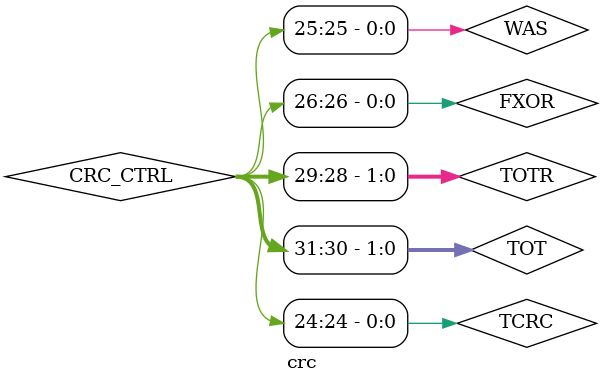
<source format=sv>

  module crc (crc_if m);

  //----------------------------------------------------------------
  // Register , wire & variable declarations.
  //----------------------------------------------------------------			     
  reg  	[31:0] 	CRC_DATA;           // reset value = FFFF_FFFF      // register address = 4003_2000 hex
  reg  	[31:0] 	CRC_GPOLY;          // reset value = 0000_1021      // register address = 4003_2004 hex
  reg  	[31:0] 	CRC_CTRL;           // reset value = 0000_0000      // register address = 4003_2008 hex
  reg   [31:0] 	SEED;               // reset value = 0000_0000  STORES SEED VALUE
  reg   [31:0] 	SEED_T;             // reset value = 0000_0000  STORES TRANSPOSED SEED VALUE    
  reg  	[31:0] 	DATA;               // reset value = 0000_0000 STORES DATA VALUE
  reg   [31:0] 	DATA_1;             // reset value = 0000_0000 STORES DATA VALUE USED BY CRC ENGINE     
  reg   [31:0] 	DATA_T;             // reset value = 0000_0000 STORES TRANSPOSED DATA VALUE                                                                            
  reg   [31:0] 	CRC;                // reset value = 0000_0000 STORES SEED VALUE USED BY CRC ENGINE
  reg   [31:0] 	CRC_out;            // reset value = 0000_0000 STORES A COPY OF FINAL CRC VALUE RESULT
  reg   [31:0] 	CRC_N;              // reset value = 0000_0000 STORES INVERTED CRC VALUE (FROM RESULT OF CRC ENGINE)
  reg   [31:0] 	CRC_T;              // reset value = 0000_0000 STORES TRANSPOSED CRC VALUE (FROM RESULT OF CRC_N     
  wire 	[1:0] 	TOT;                // CRC_CTRL : TOT   Type Of Transpose For Writes
  wire 	[1:0] 	TOTR;               // CRC_CTRL : TOTR  Type Of Transpose For Read
  wire 			FXOR;				// CRC_CTRL : FXOR  Complement Read Of CRC Data Register
  wire 			WAS;                // CRC_CTRL : WAS   Write CRC Data Register as Seed       WAS = 1 : SEED       WAS = 0 : DATA
  wire 			TCRC;               // CRC_CTRL : TCRC  Width of CRC protocol                       
  integer 		i;

  //----------------------------------------------------------------
  // Concurrent connectivity for output ports.
  //----------------------------------------------------------------
  assign TOT  =  CRC_CTRL[31:30];
  assign TOTR =  CRC_CTRL[29:28];
  assign FXOR =  CRC_CTRL[26];
  assign WAS  =  CRC_CTRL[25];
  assign TCRC =  CRC_CTRL[24];

  //----------------------------------------------------------------
  // Logic for controlled inversion on CRC read (TCRC) 
  //----------------------------------------------------------------
  always@ (*)  
  begin : crc_inv
	if (m.rst)     
        CRC_N = 32'h0000_0000;
    else
        if (TCRC)
           if  (FXOR) CRC_N = ~CRC_out; else CRC_N = CRC_out;
        else 
           if  (FXOR)         
                case (TOTR)
                    2'b00    : CRC_N = CRC_out ^ 32'h0000_FFFF;
                    2'b01    : CRC_N = CRC_out ^ 32'h0000_FFFF;
                    2'b10    : CRC_N = CRC_out ^ 32'hFFFF_0000;
                    2'b11    : CRC_N = CRC_out ^ 32'hFFFF_0000;                    
                    default  : CRC_N = CRC_out; 
                endcase
           else  CRC_N = CRC_out; 
  end //  crc_inv
  
  //----------------------------------------------------------------
  // Logic for writing to registers 
  //----------------------------------------------------------------  
  always@ (posedge m.clk)  
  begin : crc_reg_wr
            DATA        = ((m.rst == 1) ? 32'hFFFF_FFFF : ((m.Sel == 1 && m.RW == 1 && WAS == 0)  ? DATA_T  : (DATA)));
            SEED        = ((m.rst == 1) ? 32'hFFFF_FFFF : ((m.Sel == 1 && m.addr == 32'h4003_2000 && m.RW == 1 && WAS == 1)  ? SEED_T  : (CRC)));  // ORIGINAL VALUE IS TRANSPOSED ONCE & LATCHED VALUE IS CRC VALUE
            CRC_DATA    = ((m.rst == 1) ? 32'hFFFF_FFFF : ((m.Sel == 1 && m.addr == 32'h4003_2000 && m.RW == 1)  ? m.data_wr  : (CRC_DATA)));
            CRC_GPOLY   = ((m.rst == 1) ? 32'h0000_1021 : ((m.Sel == 1 && m.addr == 32'h4003_2004 && m.RW == 1)  ? m.data_wr  : (CRC_GPOLY)));
            CRC_CTRL    = ((m.rst == 1) ? 32'h0000_0000 : ((m.Sel == 1 && m.addr == 32'h4003_2008 && m.RW == 1)  ? m.data_wr  : (CRC_CTRL)));
  end // crc_reg_wr
  
  //----------------------------------------------------------------
  // Logic for reading registers 
  //----------------------------------------------------------------  
  always@ (negedge m.clk)  
  begin : crc_reg_rd
    if (m.rst)     
        m.data_rd = 32'h0000_0000;
    else
        begin
        case (m.addr)
            32'h4003_2000   : if (m.Sel == 1 && m.RW == 0) m.data_rd = CRC_T;  // Using CRC_out ONLY when reading , CRC is used elsewhere within logic ****DO NOT TOUCH THIS****
            32'h4003_2004   : if (m.Sel == 1 && m.RW == 0) m.data_rd = CRC_GPOLY;                           
            32'h4003_2008   : if (m.Sel == 1 && m.RW == 0) m.data_rd = CRC_CTRL;
            default         :     m.data_rd = CRC_CTRL;
        endcase
        end
  end // crc_reg_rd

  //----------------------------------------------------------------  
  // Logic for Transpose on SEED write (TOT) 
  //----------------------------------------------------------------  
  always@ (negedge m.clk)                 
  begin : crc_seed_transpose_tot
	if (m.rst == 1)     
        begin
            SEED_T <= 32'hFFFF_FFFF;
        end
    else
        if (m.Sel == 1 && m.addr == 32'h4003_2000 && m.RW == 1 && WAS == 1)
        begin
        case (TOT)
            2'b00   :   
                            SEED_T <= m.data_wr;
            2'b01   :   
                            SEED_T <=                                                                                                                           
                                    {m.data_wr[24],m.data_wr[25],m.data_wr[26],m.data_wr[27],m.data_wr[28],m.data_wr[29],m.data_wr[30],m.data_wr[31],
                                    m.data_wr[16],m.data_wr[17],m.data_wr[18],m.data_wr[19],m.data_wr[20],m.data_wr[21],m.data_wr[22],m.data_wr[23],
                                    m.data_wr[8],m.data_wr[9],m.data_wr[10],m.data_wr[11],m.data_wr[12],m.data_wr[13],m.data_wr[14],m.data_wr[15],
                                    m.data_wr[0],m.data_wr[1],m.data_wr[2],m.data_wr[3],m.data_wr[4],m.data_wr[5],m.data_wr[6],m.data_wr[7]};
            2'b10   :   
                            SEED_T <=
                                    {m.data_wr[0],m.data_wr[1],m.data_wr[2],m.data_wr[3],m.data_wr[4],m.data_wr[5],m.data_wr[6],m.data_wr[7],
                                    m.data_wr[8],m.data_wr[9],m.data_wr[10],m.data_wr[11],m.data_wr[12],m.data_wr[13],m.data_wr[14],m.data_wr[15],
                                    m.data_wr[16],m.data_wr[17],m.data_wr[18],m.data_wr[19],m.data_wr[20],m.data_wr[21],m.data_wr[22],m.data_wr[23],
                                    m.data_wr[24],m.data_wr[25],m.data_wr[26],m.data_wr[27],m.data_wr[28],m.data_wr[29],m.data_wr[30],m.data_wr[31]};
            2'b11   :   
                            SEED_T <=                                         
                                    {m.data_wr[7],m.data_wr[6],m.data_wr[5],m.data_wr[4],m.data_wr[3],m.data_wr[2],m.data_wr[1],m.data_wr[0],
                                    m.data_wr[15],m.data_wr[14],m.data_wr[13],m.data_wr[12],m.data_wr[11],m.data_wr[10],m.data_wr[9],m.data_wr[8],
                                    m.data_wr[23],m.data_wr[22],m.data_wr[21],m.data_wr[20],m.data_wr[19],m.data_wr[18],m.data_wr[17],m.data_wr[16],
                                    m.data_wr[31],m.data_wr[30],m.data_wr[29],m.data_wr[28],m.data_wr[27],m.data_wr[26],m.data_wr[25],m.data_wr[24]};
            default :   begin
                            SEED_T <= m.data_wr;  
                        end
        endcase
        end
  end // crc_seed_transpose_tot

  //----------------------------------------------------------------  
  // Logic for Transpose on CRC read (TOTR) 
  //----------------------------------------------------------------  
  always@ (*)                 
  begin : crc_seed_transpose_totr
    if (m.rst == 1)     
       CRC_T = 32'hFFFF_FFFF;
    else
        begin
        case (TOTR)
            2'b00   : CRC_T =       CRC_N;
            
            2'b01   : CRC_T =       {CRC_N[24],CRC_N[25],CRC_N[26],CRC_N[27],CRC_N[28],CRC_N[29],CRC_N[30],CRC_N[31],
                                     CRC_N[16],CRC_N[17],CRC_N[18],CRC_N[19],CRC_N[20],CRC_N[21],CRC_N[22],CRC_N[23],
                                     CRC_N[8] ,CRC_N[9] ,CRC_N[10],CRC_N[11],CRC_N[12],CRC_N[13],CRC_N[14],CRC_N[15],
                                     CRC_N[0] ,CRC_N[1] ,CRC_N[2] ,CRC_N[3] ,CRC_N[4] ,CRC_N[5] ,CRC_N[6] ,CRC_N[7]};
            
            2'b10   : CRC_T =       {CRC_N[0],CRC_N[1],CRC_N[2],CRC_N[3],CRC_N[4],CRC_N[5],CRC_N[6],CRC_N[7],
                                    CRC_N[8],CRC_N[9],CRC_N[10],CRC_N[11],CRC_N[12],CRC_N[13],CRC_N[14],CRC_N[15],
                                    CRC_N[16],CRC_N[17],CRC_N[18],CRC_N[19],CRC_N[20],CRC_N[21],CRC_N[22],CRC_N[23],
                                    CRC_N[24],CRC_N[25],CRC_N[26],CRC_N[27],CRC_N[28],CRC_N[29],CRC_N[30],CRC_N[31]};

            2'b11   : CRC_T =       {CRC_N[7],CRC_N[6],CRC_N[5],CRC_N[4],CRC_N[3],CRC_N[2],CRC_N[1],CRC_N[0],
                                    CRC_N[15],CRC_N[14],CRC_N[13],CRC_N[12],CRC_N[11],CRC_N[10],CRC_N[9],CRC_N[8],
                                    CRC_N[23],CRC_N[22],CRC_N[21],CRC_N[20],CRC_N[19],CRC_N[18],CRC_N[17],CRC_N[16],
                                    CRC_N[31],CRC_N[30],CRC_N[29],CRC_N[28],CRC_N[27],CRC_N[26],CRC_N[25],CRC_N[24]};                            
            default : CRC_T = CRC_N;  
        endcase
        end
  end // crc_seed_transpose_totr

  //----------------------------------------------------------------  
  // Logic for Transpose on DATA write (TOT) 
  //----------------------------------------------------------------  
  always@ (negedge m.clk)                 
  begin : crc_data_transpose_tot
    if (m.rst == 1)     
       DATA_T = 32'hFFFF_FFFF;
    else
        if (m.Sel == 1 && m.addr == 32'h4003_2000 && m.RW == 1 && WAS == 0)    
        begin
        case (TOT)
            2'b00   : DATA_T =      m.data_wr;

            2'b01   : DATA_T =      
                                    {m.data_wr[24],m.data_wr[25],m.data_wr[26],m.data_wr[27],m.data_wr[28],m.data_wr[29],m.data_wr[30],m.data_wr[31],
                                    m.data_wr[16],m.data_wr[17],m.data_wr[18],m.data_wr[19],m.data_wr[20],m.data_wr[21],m.data_wr[22],m.data_wr[23],
                                    m.data_wr[8],m.data_wr[9],m.data_wr[10],m.data_wr[11],m.data_wr[12],m.data_wr[13],m.data_wr[14],m.data_wr[15],
                                    m.data_wr[0],m.data_wr[1],m.data_wr[2],m.data_wr[3],m.data_wr[4],m.data_wr[5],m.data_wr[6],m.data_wr[7]};
            2'b10   : DATA_T =      
                                    {m.data_wr[0],m.data_wr[1],m.data_wr[2],m.data_wr[3],m.data_wr[4],m.data_wr[5],m.data_wr[6],m.data_wr[7],
                                    m.data_wr[8],m.data_wr[9],m.data_wr[10],m.data_wr[11],m.data_wr[12],m.data_wr[13],m.data_wr[14],m.data_wr[15],
                                    m.data_wr[16],m.data_wr[17],m.data_wr[18],m.data_wr[19],m.data_wr[20],m.data_wr[21],m.data_wr[22],m.data_wr[23],
                                    m.data_wr[24],m.data_wr[25],m.data_wr[26],m.data_wr[27],m.data_wr[28],m.data_wr[29],m.data_wr[30],m.data_wr[31]};

            2'b11   : DATA_T =      
                                    {m.data_wr[7],m.data_wr[6],m.data_wr[5],m.data_wr[4],m.data_wr[3],m.data_wr[2],m.data_wr[1],m.data_wr[0],
                                    m.data_wr[15],m.data_wr[14],m.data_wr[13],m.data_wr[12],m.data_wr[11],m.data_wr[10],m.data_wr[9],m.data_wr[8],
                                    m.data_wr[23],m.data_wr[22],m.data_wr[21],m.data_wr[20],m.data_wr[19],m.data_wr[18],m.data_wr[17],m.data_wr[16],
                                    m.data_wr[31],m.data_wr[30],m.data_wr[29],m.data_wr[28],m.data_wr[27],m.data_wr[26],m.data_wr[25],m.data_wr[24]};

            default : DATA_T =      m.data_wr;  

        endcase
        end
  end // crc_data_transpose_tot

  //----------------------------------------------------------------  
  // Logic for generating CRC 
  //----------------------------------------------------------------  
  always@( posedge m.clk or posedge m.rst )
  begin : core_crc_logic
        if (m.rst == 1)
        begin
            CRC         = 32'hFFFF_FFFF;
            CRC_out     = 32'hFFFF_FFFF;
            DATA_1      = 32'hFFFF_FFFF;
        end  
        else
            begin
                CRC = SEED;               // copying once before computation, doing this to avoid multiple drivers issue during synthesis
                DATA_1 = DATA;            // copying once before computation, doing this to avoid multiple drivers issue during synthesis                
                $display ("CRC = %h", CRC);
            if (m.addr == 32'h4003_2000 && m.Sel == 1 && m.RW == 1 && WAS == 0 && TCRC == 1)   // WAS is 0 & DATA is written and 32 bit CRC mode
                                    begin
                                        for(i=0; i<=31; i = i+1)
                                        begin
                                                    if (CRC[31]) begin  
                                                                        $display ("CRC[31] = 1 and TCRC  = 1 iteration = %d, CRC = %h, DATA = %h , CRC_GPOLY = %h", i, CRC, DATA , CRC_GPOLY);
                                                                        CRC = ({CRC[30:0],DATA_1[31-i]})^CRC_GPOLY;
                                                                        CRC_out = CRC;
                                                                 end                                                                 
                                                    else        begin
                                                                        CRC = {CRC[30:0],DATA_1[31-i]};
                                                                        $display ("CRC[31] = 0 and TCRC  = 1 iteration = %d, CRC = %h, DATA = %h , CRC_GPOLY = %h", i, CRC, DATA , CRC_GPOLY);                                                    
                                                                        CRC_out = CRC;                                                                        
                                                                end
                                        end
                                                                        $display ("CRC value  = %h ", CRC);
                                    end

            else if (m.addr == 32'h4003_2000 && m.Sel == 1 && m.RW == 1 && WAS == 0 && TCRC == 0)   // WAS is 0 & DATA is written and 16 bit CRC mode
                                    begin
                                        for(i=0; i<=31; i = i+1)
                                        begin
                                                    if (CRC[15]) begin  
                                                                        $display ("CRC[16] = 1 and TCRC  = 0 iteration = %d, CRC = %h, DATA = %h , CRC_GPOLY = %h", i, CRC, DATA , CRC_GPOLY);
                                                                        CRC = ({CRC[14:0],DATA_1[31-i]})^CRC_GPOLY[15:0];
                                                                        CRC_out = CRC;                                                                        
                                                                 end
                                                                 
                                                    else        begin
                                                                        CRC = {CRC[14:0],DATA_1[31-i]};
                                                                        $display ("CRC[31] = 0 and TCRC  = 0 iteration = %d, CRC = %h, DATA = %h , CRC_GPOLY = %h", i, CRC, DATA , CRC_GPOLY);                                                    
                                                                        CRC_out = CRC;                                                                        
                                                                end
                                        end
                                                                        $display ("CRC value  = %h ", CRC);
                                    end
                                   
            end                

  end // core_crc_logic

  endmodule //  crc

</source>
